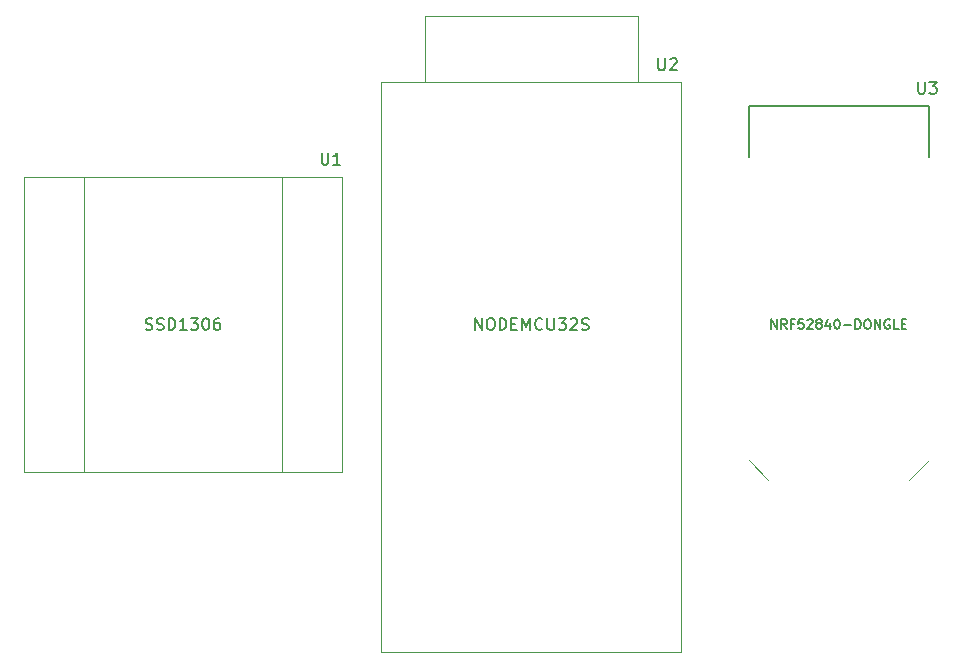
<source format=gto>
G04 #@! TF.GenerationSoftware,KiCad,Pcbnew,(6.0.9)*
G04 #@! TF.CreationDate,2023-02-13T20:08:23+02:00*
G04 #@! TF.ProjectId,vodesht_vyzel,766f6465-7368-4745-9f76-797a656c2e6b,rev?*
G04 #@! TF.SameCoordinates,Original*
G04 #@! TF.FileFunction,Legend,Top*
G04 #@! TF.FilePolarity,Positive*
%FSLAX46Y46*%
G04 Gerber Fmt 4.6, Leading zero omitted, Abs format (unit mm)*
G04 Created by KiCad (PCBNEW (6.0.9)) date 2023-02-13 20:08:23*
%MOMM*%
%LPD*%
G01*
G04 APERTURE LIST*
%ADD10C,0.150000*%
%ADD11C,0.100000*%
%ADD12C,0.120000*%
%ADD13C,0.127000*%
%ADD14C,2.500000*%
%ADD15C,2.000000*%
G04 APERTURE END LIST*
D10*
X169238095Y-75952380D02*
X169238095Y-76761904D01*
X169285714Y-76857142D01*
X169333333Y-76904761D01*
X169428571Y-76952380D01*
X169619047Y-76952380D01*
X169714285Y-76904761D01*
X169761904Y-76857142D01*
X169809523Y-76761904D01*
X169809523Y-75952380D01*
X170238095Y-76047619D02*
X170285714Y-76000000D01*
X170380952Y-75952380D01*
X170619047Y-75952380D01*
X170714285Y-76000000D01*
X170761904Y-76047619D01*
X170809523Y-76142857D01*
X170809523Y-76238095D01*
X170761904Y-76380952D01*
X170190476Y-76952380D01*
X170809523Y-76952380D01*
X153714285Y-98952380D02*
X153714285Y-97952380D01*
X154285714Y-98952380D01*
X154285714Y-97952380D01*
X154952380Y-97952380D02*
X155142857Y-97952380D01*
X155238095Y-98000000D01*
X155333333Y-98095238D01*
X155380952Y-98285714D01*
X155380952Y-98619047D01*
X155333333Y-98809523D01*
X155238095Y-98904761D01*
X155142857Y-98952380D01*
X154952380Y-98952380D01*
X154857142Y-98904761D01*
X154761904Y-98809523D01*
X154714285Y-98619047D01*
X154714285Y-98285714D01*
X154761904Y-98095238D01*
X154857142Y-98000000D01*
X154952380Y-97952380D01*
X155809523Y-98952380D02*
X155809523Y-97952380D01*
X156047619Y-97952380D01*
X156190476Y-98000000D01*
X156285714Y-98095238D01*
X156333333Y-98190476D01*
X156380952Y-98380952D01*
X156380952Y-98523809D01*
X156333333Y-98714285D01*
X156285714Y-98809523D01*
X156190476Y-98904761D01*
X156047619Y-98952380D01*
X155809523Y-98952380D01*
X156809523Y-98428571D02*
X157142857Y-98428571D01*
X157285714Y-98952380D02*
X156809523Y-98952380D01*
X156809523Y-97952380D01*
X157285714Y-97952380D01*
X157714285Y-98952380D02*
X157714285Y-97952380D01*
X158047619Y-98666666D01*
X158380952Y-97952380D01*
X158380952Y-98952380D01*
X159428571Y-98857142D02*
X159380952Y-98904761D01*
X159238095Y-98952380D01*
X159142857Y-98952380D01*
X159000000Y-98904761D01*
X158904761Y-98809523D01*
X158857142Y-98714285D01*
X158809523Y-98523809D01*
X158809523Y-98380952D01*
X158857142Y-98190476D01*
X158904761Y-98095238D01*
X159000000Y-98000000D01*
X159142857Y-97952380D01*
X159238095Y-97952380D01*
X159380952Y-98000000D01*
X159428571Y-98047619D01*
X159857142Y-97952380D02*
X159857142Y-98761904D01*
X159904761Y-98857142D01*
X159952380Y-98904761D01*
X160047619Y-98952380D01*
X160238095Y-98952380D01*
X160333333Y-98904761D01*
X160380952Y-98857142D01*
X160428571Y-98761904D01*
X160428571Y-97952380D01*
X160809523Y-97952380D02*
X161428571Y-97952380D01*
X161095238Y-98333333D01*
X161238095Y-98333333D01*
X161333333Y-98380952D01*
X161380952Y-98428571D01*
X161428571Y-98523809D01*
X161428571Y-98761904D01*
X161380952Y-98857142D01*
X161333333Y-98904761D01*
X161238095Y-98952380D01*
X160952380Y-98952380D01*
X160857142Y-98904761D01*
X160809523Y-98857142D01*
X161809523Y-98047619D02*
X161857142Y-98000000D01*
X161952380Y-97952380D01*
X162190476Y-97952380D01*
X162285714Y-98000000D01*
X162333333Y-98047619D01*
X162380952Y-98142857D01*
X162380952Y-98238095D01*
X162333333Y-98380952D01*
X161761904Y-98952380D01*
X162380952Y-98952380D01*
X162761904Y-98904761D02*
X162904761Y-98952380D01*
X163142857Y-98952380D01*
X163238095Y-98904761D01*
X163285714Y-98857142D01*
X163333333Y-98761904D01*
X163333333Y-98666666D01*
X163285714Y-98571428D01*
X163238095Y-98523809D01*
X163142857Y-98476190D01*
X162952380Y-98428571D01*
X162857142Y-98380952D01*
X162809523Y-98333333D01*
X162761904Y-98238095D01*
X162761904Y-98142857D01*
X162809523Y-98047619D01*
X162857142Y-98000000D01*
X162952380Y-97952380D01*
X163190476Y-97952380D01*
X163333333Y-98000000D01*
X140738095Y-83952380D02*
X140738095Y-84761904D01*
X140785714Y-84857142D01*
X140833333Y-84904761D01*
X140928571Y-84952380D01*
X141119047Y-84952380D01*
X141214285Y-84904761D01*
X141261904Y-84857142D01*
X141309523Y-84761904D01*
X141309523Y-83952380D01*
X142309523Y-84952380D02*
X141738095Y-84952380D01*
X142023809Y-84952380D02*
X142023809Y-83952380D01*
X141928571Y-84095238D01*
X141833333Y-84190476D01*
X141738095Y-84238095D01*
X125833333Y-98904761D02*
X125976190Y-98952380D01*
X126214285Y-98952380D01*
X126309523Y-98904761D01*
X126357142Y-98857142D01*
X126404761Y-98761904D01*
X126404761Y-98666666D01*
X126357142Y-98571428D01*
X126309523Y-98523809D01*
X126214285Y-98476190D01*
X126023809Y-98428571D01*
X125928571Y-98380952D01*
X125880952Y-98333333D01*
X125833333Y-98238095D01*
X125833333Y-98142857D01*
X125880952Y-98047619D01*
X125928571Y-98000000D01*
X126023809Y-97952380D01*
X126261904Y-97952380D01*
X126404761Y-98000000D01*
X126785714Y-98904761D02*
X126928571Y-98952380D01*
X127166666Y-98952380D01*
X127261904Y-98904761D01*
X127309523Y-98857142D01*
X127357142Y-98761904D01*
X127357142Y-98666666D01*
X127309523Y-98571428D01*
X127261904Y-98523809D01*
X127166666Y-98476190D01*
X126976190Y-98428571D01*
X126880952Y-98380952D01*
X126833333Y-98333333D01*
X126785714Y-98238095D01*
X126785714Y-98142857D01*
X126833333Y-98047619D01*
X126880952Y-98000000D01*
X126976190Y-97952380D01*
X127214285Y-97952380D01*
X127357142Y-98000000D01*
X127785714Y-98952380D02*
X127785714Y-97952380D01*
X128023809Y-97952380D01*
X128166666Y-98000000D01*
X128261904Y-98095238D01*
X128309523Y-98190476D01*
X128357142Y-98380952D01*
X128357142Y-98523809D01*
X128309523Y-98714285D01*
X128261904Y-98809523D01*
X128166666Y-98904761D01*
X128023809Y-98952380D01*
X127785714Y-98952380D01*
X129309523Y-98952380D02*
X128738095Y-98952380D01*
X129023809Y-98952380D02*
X129023809Y-97952380D01*
X128928571Y-98095238D01*
X128833333Y-98190476D01*
X128738095Y-98238095D01*
X129642857Y-97952380D02*
X130261904Y-97952380D01*
X129928571Y-98333333D01*
X130071428Y-98333333D01*
X130166666Y-98380952D01*
X130214285Y-98428571D01*
X130261904Y-98523809D01*
X130261904Y-98761904D01*
X130214285Y-98857142D01*
X130166666Y-98904761D01*
X130071428Y-98952380D01*
X129785714Y-98952380D01*
X129690476Y-98904761D01*
X129642857Y-98857142D01*
X130880952Y-97952380D02*
X130976190Y-97952380D01*
X131071428Y-98000000D01*
X131119047Y-98047619D01*
X131166666Y-98142857D01*
X131214285Y-98333333D01*
X131214285Y-98571428D01*
X131166666Y-98761904D01*
X131119047Y-98857142D01*
X131071428Y-98904761D01*
X130976190Y-98952380D01*
X130880952Y-98952380D01*
X130785714Y-98904761D01*
X130738095Y-98857142D01*
X130690476Y-98761904D01*
X130642857Y-98571428D01*
X130642857Y-98333333D01*
X130690476Y-98142857D01*
X130738095Y-98047619D01*
X130785714Y-98000000D01*
X130880952Y-97952380D01*
X132071428Y-97952380D02*
X131880952Y-97952380D01*
X131785714Y-98000000D01*
X131738095Y-98047619D01*
X131642857Y-98190476D01*
X131595238Y-98380952D01*
X131595238Y-98761904D01*
X131642857Y-98857142D01*
X131690476Y-98904761D01*
X131785714Y-98952380D01*
X131976190Y-98952380D01*
X132071428Y-98904761D01*
X132119047Y-98857142D01*
X132166666Y-98761904D01*
X132166666Y-98523809D01*
X132119047Y-98428571D01*
X132071428Y-98380952D01*
X131976190Y-98333333D01*
X131785714Y-98333333D01*
X131690476Y-98380952D01*
X131642857Y-98428571D01*
X131595238Y-98523809D01*
X191238095Y-77952380D02*
X191238095Y-78761904D01*
X191285714Y-78857142D01*
X191333333Y-78904761D01*
X191428571Y-78952380D01*
X191619047Y-78952380D01*
X191714285Y-78904761D01*
X191761904Y-78857142D01*
X191809523Y-78761904D01*
X191809523Y-77952380D01*
X192190476Y-77952380D02*
X192809523Y-77952380D01*
X192476190Y-78333333D01*
X192619047Y-78333333D01*
X192714285Y-78380952D01*
X192761904Y-78428571D01*
X192809523Y-78523809D01*
X192809523Y-78761904D01*
X192761904Y-78857142D01*
X192714285Y-78904761D01*
X192619047Y-78952380D01*
X192333333Y-78952380D01*
X192238095Y-78904761D01*
X192190476Y-78857142D01*
X178804761Y-98861904D02*
X178804761Y-98061904D01*
X179261904Y-98861904D01*
X179261904Y-98061904D01*
X180100000Y-98861904D02*
X179833333Y-98480952D01*
X179642857Y-98861904D02*
X179642857Y-98061904D01*
X179947619Y-98061904D01*
X180023809Y-98100000D01*
X180061904Y-98138095D01*
X180100000Y-98214285D01*
X180100000Y-98328571D01*
X180061904Y-98404761D01*
X180023809Y-98442857D01*
X179947619Y-98480952D01*
X179642857Y-98480952D01*
X180709523Y-98442857D02*
X180442857Y-98442857D01*
X180442857Y-98861904D02*
X180442857Y-98061904D01*
X180823809Y-98061904D01*
X181509523Y-98061904D02*
X181128571Y-98061904D01*
X181090476Y-98442857D01*
X181128571Y-98404761D01*
X181204761Y-98366666D01*
X181395238Y-98366666D01*
X181471428Y-98404761D01*
X181509523Y-98442857D01*
X181547619Y-98519047D01*
X181547619Y-98709523D01*
X181509523Y-98785714D01*
X181471428Y-98823809D01*
X181395238Y-98861904D01*
X181204761Y-98861904D01*
X181128571Y-98823809D01*
X181090476Y-98785714D01*
X181852380Y-98138095D02*
X181890476Y-98100000D01*
X181966666Y-98061904D01*
X182157142Y-98061904D01*
X182233333Y-98100000D01*
X182271428Y-98138095D01*
X182309523Y-98214285D01*
X182309523Y-98290476D01*
X182271428Y-98404761D01*
X181814285Y-98861904D01*
X182309523Y-98861904D01*
X182766666Y-98404761D02*
X182690476Y-98366666D01*
X182652380Y-98328571D01*
X182614285Y-98252380D01*
X182614285Y-98214285D01*
X182652380Y-98138095D01*
X182690476Y-98100000D01*
X182766666Y-98061904D01*
X182919047Y-98061904D01*
X182995238Y-98100000D01*
X183033333Y-98138095D01*
X183071428Y-98214285D01*
X183071428Y-98252380D01*
X183033333Y-98328571D01*
X182995238Y-98366666D01*
X182919047Y-98404761D01*
X182766666Y-98404761D01*
X182690476Y-98442857D01*
X182652380Y-98480952D01*
X182614285Y-98557142D01*
X182614285Y-98709523D01*
X182652380Y-98785714D01*
X182690476Y-98823809D01*
X182766666Y-98861904D01*
X182919047Y-98861904D01*
X182995238Y-98823809D01*
X183033333Y-98785714D01*
X183071428Y-98709523D01*
X183071428Y-98557142D01*
X183033333Y-98480952D01*
X182995238Y-98442857D01*
X182919047Y-98404761D01*
X183757142Y-98328571D02*
X183757142Y-98861904D01*
X183566666Y-98023809D02*
X183376190Y-98595238D01*
X183871428Y-98595238D01*
X184328571Y-98061904D02*
X184404761Y-98061904D01*
X184480952Y-98100000D01*
X184519047Y-98138095D01*
X184557142Y-98214285D01*
X184595238Y-98366666D01*
X184595238Y-98557142D01*
X184557142Y-98709523D01*
X184519047Y-98785714D01*
X184480952Y-98823809D01*
X184404761Y-98861904D01*
X184328571Y-98861904D01*
X184252380Y-98823809D01*
X184214285Y-98785714D01*
X184176190Y-98709523D01*
X184138095Y-98557142D01*
X184138095Y-98366666D01*
X184176190Y-98214285D01*
X184214285Y-98138095D01*
X184252380Y-98100000D01*
X184328571Y-98061904D01*
X184938095Y-98557142D02*
X185547619Y-98557142D01*
X185928571Y-98861904D02*
X185928571Y-98061904D01*
X186119047Y-98061904D01*
X186233333Y-98100000D01*
X186309523Y-98176190D01*
X186347619Y-98252380D01*
X186385714Y-98404761D01*
X186385714Y-98519047D01*
X186347619Y-98671428D01*
X186309523Y-98747619D01*
X186233333Y-98823809D01*
X186119047Y-98861904D01*
X185928571Y-98861904D01*
X186880952Y-98061904D02*
X187033333Y-98061904D01*
X187109523Y-98100000D01*
X187185714Y-98176190D01*
X187223809Y-98328571D01*
X187223809Y-98595238D01*
X187185714Y-98747619D01*
X187109523Y-98823809D01*
X187033333Y-98861904D01*
X186880952Y-98861904D01*
X186804761Y-98823809D01*
X186728571Y-98747619D01*
X186690476Y-98595238D01*
X186690476Y-98328571D01*
X186728571Y-98176190D01*
X186804761Y-98100000D01*
X186880952Y-98061904D01*
X187566666Y-98861904D02*
X187566666Y-98061904D01*
X188023809Y-98861904D01*
X188023809Y-98061904D01*
X188823809Y-98100000D02*
X188747619Y-98061904D01*
X188633333Y-98061904D01*
X188519047Y-98100000D01*
X188442857Y-98176190D01*
X188404761Y-98252380D01*
X188366666Y-98404761D01*
X188366666Y-98519047D01*
X188404761Y-98671428D01*
X188442857Y-98747619D01*
X188519047Y-98823809D01*
X188633333Y-98861904D01*
X188709523Y-98861904D01*
X188823809Y-98823809D01*
X188861904Y-98785714D01*
X188861904Y-98519047D01*
X188709523Y-98519047D01*
X189585714Y-98861904D02*
X189204761Y-98861904D01*
X189204761Y-98061904D01*
X189852380Y-98442857D02*
X190119047Y-98442857D01*
X190233333Y-98861904D02*
X189852380Y-98861904D01*
X189852380Y-98061904D01*
X190233333Y-98061904D01*
D11*
X171200000Y-78000000D02*
X171200000Y-126260000D01*
X171200000Y-126260000D02*
X145800000Y-126260000D01*
X171200000Y-78000000D02*
X145800000Y-78000000D01*
D12*
X149500000Y-72400000D02*
X167500000Y-72400000D01*
X167500000Y-72400000D02*
X167500000Y-78000000D01*
D11*
X145800000Y-126260000D02*
X145800000Y-78000000D01*
D12*
X149500000Y-72400000D02*
X149500000Y-78000000D01*
X115500000Y-111000000D02*
X142500000Y-111000000D01*
X137350000Y-86000000D02*
X137350000Y-111000000D01*
X120650000Y-86000000D02*
X120650000Y-111000000D01*
X142500000Y-86000000D02*
X142500000Y-111000000D01*
X115500000Y-86000000D02*
X142500000Y-86000000D01*
X115500000Y-86000000D02*
X115500000Y-111000000D01*
X115500000Y-111000000D02*
X142500000Y-111000000D01*
D13*
X192120000Y-84350000D02*
X192120000Y-79980000D01*
D12*
X192120000Y-109985000D02*
X190469000Y-111636000D01*
D13*
X192120000Y-79980000D02*
X176880000Y-79980000D01*
D12*
X176880000Y-109985000D02*
X178531000Y-111636000D01*
D13*
X176880000Y-79980000D02*
X176880000Y-84350000D01*
%LPC*%
D14*
X119000000Y-123000000D03*
D15*
X147070000Y-79260000D03*
X147070000Y-81800000D03*
X147070000Y-84340000D03*
X147070000Y-86880000D03*
X147070000Y-89420000D03*
X147070000Y-91960000D03*
X147070000Y-94500000D03*
X147070000Y-97040000D03*
X147070000Y-99580000D03*
X147070000Y-102120000D03*
X147070000Y-104660000D03*
X147070000Y-107200000D03*
X147070000Y-109740000D03*
X147070000Y-112280000D03*
X147070000Y-114820000D03*
X147070000Y-117360000D03*
X147070000Y-119900000D03*
X147070000Y-122440000D03*
X147070000Y-124980000D03*
X169930000Y-79300000D03*
X169930000Y-81840000D03*
X169930000Y-84380000D03*
X169930000Y-86920000D03*
X169930000Y-89460000D03*
X169930000Y-92000000D03*
X169930000Y-94540000D03*
X169930000Y-97080000D03*
X169930000Y-99620000D03*
X169930000Y-102160000D03*
X169930000Y-104700000D03*
X169930000Y-107240000D03*
X169930000Y-109780000D03*
X169930000Y-112320000D03*
X169930000Y-114860000D03*
X169930000Y-117400000D03*
X169930000Y-119940000D03*
X169930000Y-122480000D03*
X169930000Y-125020000D03*
X141000000Y-94690000D03*
X141000000Y-97230000D03*
X141000000Y-99770000D03*
X141000000Y-102310000D03*
X190060000Y-113635000D03*
X192120000Y-108555000D03*
X192120000Y-106015000D03*
X192120000Y-103475000D03*
X192120000Y-100935000D03*
X192120000Y-98395000D03*
X192120000Y-95855000D03*
X192120000Y-93315000D03*
X192120000Y-90775000D03*
X192120000Y-88235000D03*
X192120000Y-85695000D03*
X178940000Y-113635000D03*
X176880000Y-108555000D03*
X176880000Y-106015000D03*
X176880000Y-103475000D03*
X176880000Y-100935000D03*
X176880000Y-98395000D03*
X176880000Y-95855000D03*
X176880000Y-93315000D03*
X176880000Y-90775000D03*
X176880000Y-88235000D03*
X176880000Y-85695000D03*
D14*
X119000000Y-71000000D03*
X191000000Y-71000000D03*
M02*

</source>
